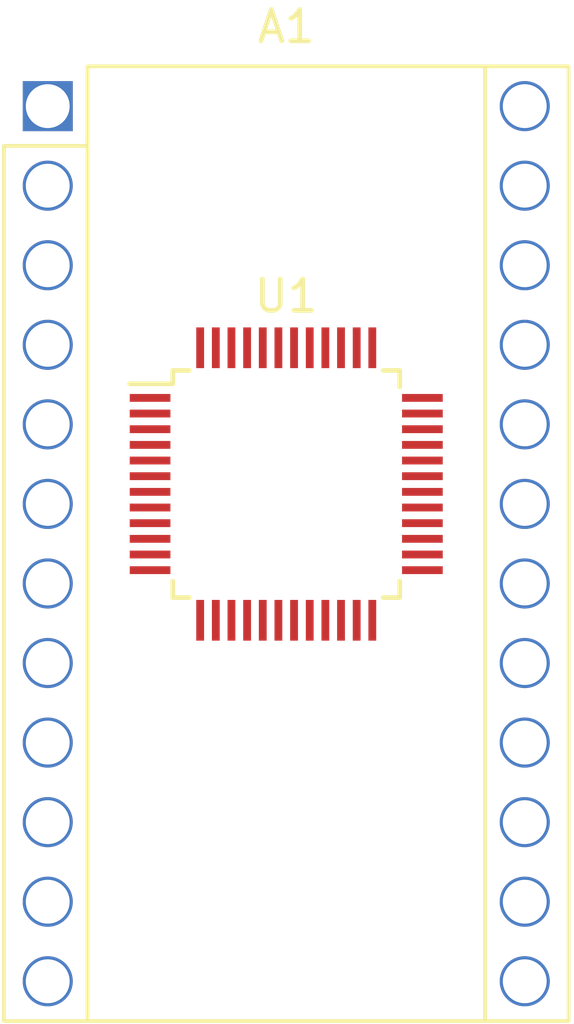
<source format=kicad_pcb>
(kicad_pcb (version 20171130) (host pcbnew 5.1.5)

  (general
    (thickness 1.6)
    (drawings 0)
    (tracks 0)
    (zones 0)
    (modules 2)
    (nets 3)
  )

  (page A4)
  (title_block
    (title ProMicro_SAMD)
    (rev wip)
  )

  (layers
    (0 F.Cu signal)
    (31 B.Cu signal)
    (32 B.Adhes user)
    (33 F.Adhes user)
    (34 B.Paste user)
    (35 F.Paste user)
    (36 B.SilkS user)
    (37 F.SilkS user)
    (38 B.Mask user)
    (39 F.Mask user)
    (40 Dwgs.User user)
    (41 Cmts.User user)
    (42 Eco1.User user)
    (43 Eco2.User user)
    (44 Edge.Cuts user)
    (45 Margin user)
    (46 B.CrtYd user)
    (47 F.CrtYd user)
    (48 B.Fab user)
    (49 F.Fab user)
  )

  (setup
    (last_trace_width 0.25)
    (trace_clearance 0.2)
    (zone_clearance 0.508)
    (zone_45_only no)
    (trace_min 0.2)
    (via_size 0.8)
    (via_drill 0.4)
    (via_min_size 0.4)
    (via_min_drill 0.3)
    (uvia_size 0.3)
    (uvia_drill 0.1)
    (uvias_allowed no)
    (uvia_min_size 0.2)
    (uvia_min_drill 0.1)
    (edge_width 0.05)
    (segment_width 0.2)
    (pcb_text_width 0.3)
    (pcb_text_size 1.5 1.5)
    (mod_edge_width 0.12)
    (mod_text_size 1 1)
    (mod_text_width 0.15)
    (pad_size 1.524 1.524)
    (pad_drill 0.762)
    (pad_to_mask_clearance 0.051)
    (solder_mask_min_width 0.25)
    (aux_axis_origin 114.3 82.55)
    (grid_origin 114.3 82.55)
    (visible_elements FFFFFF7F)
    (pcbplotparams
      (layerselection 0x010fc_ffffffff)
      (usegerberextensions false)
      (usegerberattributes false)
      (usegerberadvancedattributes false)
      (creategerberjobfile false)
      (excludeedgelayer true)
      (linewidth 0.100000)
      (plotframeref false)
      (viasonmask false)
      (mode 1)
      (useauxorigin false)
      (hpglpennumber 1)
      (hpglpenspeed 20)
      (hpglpendiameter 15.000000)
      (psnegative false)
      (psa4output false)
      (plotreference true)
      (plotvalue true)
      (plotinvisibletext false)
      (padsonsilk false)
      (subtractmaskfromsilk false)
      (outputformat 1)
      (mirror false)
      (drillshape 1)
      (scaleselection 1)
      (outputdirectory ""))
  )

  (net 0 "")
  (net 1 "Net-(U1-Pad18)")
  (net 2 "Net-(U1-Pad17)")

  (net_class Default "This is the default net class."
    (clearance 0.2)
    (trace_width 0.25)
    (via_dia 0.8)
    (via_drill 0.4)
    (uvia_dia 0.3)
    (uvia_drill 0.1)
    (add_net "Net-(U1-Pad17)")
    (add_net "Net-(U1-Pad18)")
  )

  (module Package_QFP:TQFP-48_7x7mm_P0.5mm (layer F.Cu) (tedit 5A02F146) (tstamp 5F4AF913)
    (at 121.92 94.615)
    (descr "48 LEAD TQFP 7x7mm (see MICREL TQFP7x7-48LD-PL-1.pdf)")
    (tags "QFP 0.5")
    (path /5F4AB7B4)
    (attr smd)
    (fp_text reference U1 (at 0 -6) (layer F.SilkS)
      (effects (font (size 1 1) (thickness 0.15)))
    )
    (fp_text value ATSAMD21G18A-AUT (at 0 6) (layer F.Fab)
      (effects (font (size 1 1) (thickness 0.15)))
    )
    (fp_line (start -3.625 -3.2) (end -5 -3.2) (layer F.SilkS) (width 0.15))
    (fp_line (start 3.625 -3.625) (end 3.1 -3.625) (layer F.SilkS) (width 0.15))
    (fp_line (start 3.625 3.625) (end 3.1 3.625) (layer F.SilkS) (width 0.15))
    (fp_line (start -3.625 3.625) (end -3.1 3.625) (layer F.SilkS) (width 0.15))
    (fp_line (start -3.625 -3.625) (end -3.1 -3.625) (layer F.SilkS) (width 0.15))
    (fp_line (start -3.625 3.625) (end -3.625 3.1) (layer F.SilkS) (width 0.15))
    (fp_line (start 3.625 3.625) (end 3.625 3.1) (layer F.SilkS) (width 0.15))
    (fp_line (start 3.625 -3.625) (end 3.625 -3.1) (layer F.SilkS) (width 0.15))
    (fp_line (start -3.625 -3.625) (end -3.625 -3.2) (layer F.SilkS) (width 0.15))
    (fp_line (start -5.25 5.25) (end 5.25 5.25) (layer F.CrtYd) (width 0.05))
    (fp_line (start -5.25 -5.25) (end 5.25 -5.25) (layer F.CrtYd) (width 0.05))
    (fp_line (start 5.25 -5.25) (end 5.25 5.25) (layer F.CrtYd) (width 0.05))
    (fp_line (start -5.25 -5.25) (end -5.25 5.25) (layer F.CrtYd) (width 0.05))
    (fp_line (start -3.5 -2.5) (end -2.5 -3.5) (layer F.Fab) (width 0.15))
    (fp_line (start -3.5 3.5) (end -3.5 -2.5) (layer F.Fab) (width 0.15))
    (fp_line (start 3.5 3.5) (end -3.5 3.5) (layer F.Fab) (width 0.15))
    (fp_line (start 3.5 -3.5) (end 3.5 3.5) (layer F.Fab) (width 0.15))
    (fp_line (start -2.5 -3.5) (end 3.5 -3.5) (layer F.Fab) (width 0.15))
    (fp_text user %R (at 0 0) (layer F.Fab)
      (effects (font (size 1 1) (thickness 0.15)))
    )
    (pad 48 smd rect (at -2.75 -4.35 90) (size 1.3 0.25) (layers F.Cu F.Paste F.Mask))
    (pad 47 smd rect (at -2.25 -4.35 90) (size 1.3 0.25) (layers F.Cu F.Paste F.Mask))
    (pad 46 smd rect (at -1.75 -4.35 90) (size 1.3 0.25) (layers F.Cu F.Paste F.Mask))
    (pad 45 smd rect (at -1.25 -4.35 90) (size 1.3 0.25) (layers F.Cu F.Paste F.Mask))
    (pad 44 smd rect (at -0.75 -4.35 90) (size 1.3 0.25) (layers F.Cu F.Paste F.Mask))
    (pad 43 smd rect (at -0.25 -4.35 90) (size 1.3 0.25) (layers F.Cu F.Paste F.Mask))
    (pad 42 smd rect (at 0.25 -4.35 90) (size 1.3 0.25) (layers F.Cu F.Paste F.Mask)
      (net 1 "Net-(U1-Pad18)"))
    (pad 41 smd rect (at 0.75 -4.35 90) (size 1.3 0.25) (layers F.Cu F.Paste F.Mask))
    (pad 40 smd rect (at 1.25 -4.35 90) (size 1.3 0.25) (layers F.Cu F.Paste F.Mask))
    (pad 39 smd rect (at 1.75 -4.35 90) (size 1.3 0.25) (layers F.Cu F.Paste F.Mask))
    (pad 38 smd rect (at 2.25 -4.35 90) (size 1.3 0.25) (layers F.Cu F.Paste F.Mask))
    (pad 37 smd rect (at 2.75 -4.35 90) (size 1.3 0.25) (layers F.Cu F.Paste F.Mask))
    (pad 36 smd rect (at 4.35 -2.75) (size 1.3 0.25) (layers F.Cu F.Paste F.Mask)
      (net 2 "Net-(U1-Pad17)"))
    (pad 35 smd rect (at 4.35 -2.25) (size 1.3 0.25) (layers F.Cu F.Paste F.Mask)
      (net 1 "Net-(U1-Pad18)"))
    (pad 34 smd rect (at 4.35 -1.75) (size 1.3 0.25) (layers F.Cu F.Paste F.Mask))
    (pad 33 smd rect (at 4.35 -1.25) (size 1.3 0.25) (layers F.Cu F.Paste F.Mask))
    (pad 32 smd rect (at 4.35 -0.75) (size 1.3 0.25) (layers F.Cu F.Paste F.Mask))
    (pad 31 smd rect (at 4.35 -0.25) (size 1.3 0.25) (layers F.Cu F.Paste F.Mask))
    (pad 30 smd rect (at 4.35 0.25) (size 1.3 0.25) (layers F.Cu F.Paste F.Mask))
    (pad 29 smd rect (at 4.35 0.75) (size 1.3 0.25) (layers F.Cu F.Paste F.Mask))
    (pad 28 smd rect (at 4.35 1.25) (size 1.3 0.25) (layers F.Cu F.Paste F.Mask))
    (pad 27 smd rect (at 4.35 1.75) (size 1.3 0.25) (layers F.Cu F.Paste F.Mask))
    (pad 26 smd rect (at 4.35 2.25) (size 1.3 0.25) (layers F.Cu F.Paste F.Mask))
    (pad 25 smd rect (at 4.35 2.75) (size 1.3 0.25) (layers F.Cu F.Paste F.Mask))
    (pad 24 smd rect (at 2.75 4.35 90) (size 1.3 0.25) (layers F.Cu F.Paste F.Mask))
    (pad 23 smd rect (at 2.25 4.35 90) (size 1.3 0.25) (layers F.Cu F.Paste F.Mask))
    (pad 22 smd rect (at 1.75 4.35 90) (size 1.3 0.25) (layers F.Cu F.Paste F.Mask))
    (pad 21 smd rect (at 1.25 4.35 90) (size 1.3 0.25) (layers F.Cu F.Paste F.Mask))
    (pad 20 smd rect (at 0.75 4.35 90) (size 1.3 0.25) (layers F.Cu F.Paste F.Mask))
    (pad 19 smd rect (at 0.25 4.35 90) (size 1.3 0.25) (layers F.Cu F.Paste F.Mask))
    (pad 18 smd rect (at -0.25 4.35 90) (size 1.3 0.25) (layers F.Cu F.Paste F.Mask)
      (net 1 "Net-(U1-Pad18)"))
    (pad 17 smd rect (at -0.75 4.35 90) (size 1.3 0.25) (layers F.Cu F.Paste F.Mask)
      (net 2 "Net-(U1-Pad17)"))
    (pad 16 smd rect (at -1.25 4.35 90) (size 1.3 0.25) (layers F.Cu F.Paste F.Mask))
    (pad 15 smd rect (at -1.75 4.35 90) (size 1.3 0.25) (layers F.Cu F.Paste F.Mask))
    (pad 14 smd rect (at -2.25 4.35 90) (size 1.3 0.25) (layers F.Cu F.Paste F.Mask))
    (pad 13 smd rect (at -2.75 4.35 90) (size 1.3 0.25) (layers F.Cu F.Paste F.Mask))
    (pad 12 smd rect (at -4.35 2.75) (size 1.3 0.25) (layers F.Cu F.Paste F.Mask))
    (pad 11 smd rect (at -4.35 2.25) (size 1.3 0.25) (layers F.Cu F.Paste F.Mask))
    (pad 10 smd rect (at -4.35 1.75) (size 1.3 0.25) (layers F.Cu F.Paste F.Mask))
    (pad 9 smd rect (at -4.35 1.25) (size 1.3 0.25) (layers F.Cu F.Paste F.Mask))
    (pad 8 smd rect (at -4.35 0.75) (size 1.3 0.25) (layers F.Cu F.Paste F.Mask))
    (pad 7 smd rect (at -4.35 0.25) (size 1.3 0.25) (layers F.Cu F.Paste F.Mask))
    (pad 6 smd rect (at -4.35 -0.25) (size 1.3 0.25) (layers F.Cu F.Paste F.Mask))
    (pad 5 smd rect (at -4.35 -0.75) (size 1.3 0.25) (layers F.Cu F.Paste F.Mask))
    (pad 4 smd rect (at -4.35 -1.25) (size 1.3 0.25) (layers F.Cu F.Paste F.Mask))
    (pad 3 smd rect (at -4.35 -1.75) (size 1.3 0.25) (layers F.Cu F.Paste F.Mask))
    (pad 2 smd rect (at -4.35 -2.25) (size 1.3 0.25) (layers F.Cu F.Paste F.Mask))
    (pad 1 smd rect (at -4.35 -2.75) (size 1.3 0.25) (layers F.Cu F.Paste F.Mask))
    (model ${KISYS3DMOD}/Package_QFP.3dshapes/TQFP-48_7x7mm_P0.5mm.wrl
      (at (xyz 0 0 0))
      (scale (xyz 1 1 1))
      (rotate (xyz 0 0 0))
    )
  )

  (module Module:Sparkfun_Pro_Micro (layer F.Cu) (tedit 5D5AC4F8) (tstamp 5F4AF8CC)
    (at 114.3 82.55)
    (descr "Sparkfun Pro Micro, https://www.sparkfun.com/products/12587")
    (tags "Sparkfun Pro Micro")
    (path /5F4B1628)
    (fp_text reference A1 (at 7.62 -2.54) (layer F.SilkS)
      (effects (font (size 1 1) (thickness 0.15)))
    )
    (fp_text value Sparkfun_Pro_Micro_3V3 (at 8.89 13.97 90) (layer F.Fab)
      (effects (font (size 1 1) (thickness 0.15)))
    )
    (fp_text user %R (at 6.096 13.97 90) (layer F.Fab)
      (effects (font (size 1 1) (thickness 0.15)))
    )
    (fp_line (start -1.4 1.27) (end -1.4 29.21) (layer F.SilkS) (width 0.12))
    (fp_line (start 13.97 -1.27) (end 13.97 29.21) (layer F.SilkS) (width 0.12))
    (fp_line (start 1.27 1.27) (end -1.4 1.27) (layer F.SilkS) (width 0.12))
    (fp_line (start 1.27 -1.27) (end 1.27 29.21) (layer F.SilkS) (width 0.12))
    (fp_line (start -1.4 29.21) (end 16.64 29.21) (layer F.SilkS) (width 0.12))
    (fp_line (start 16.64 29.21) (end 16.64 -1.27) (layer F.SilkS) (width 0.12))
    (fp_line (start 16.64 -1.27) (end 1.27 -1.27) (layer F.SilkS) (width 0.12))
    (fp_line (start 16.5 29.05) (end -1.27 29.05) (layer F.Fab) (width 0.1))
    (fp_line (start -1.27 29.05) (end -1.27 -0.6) (layer F.Fab) (width 0.1))
    (fp_line (start -0.8 -1.1) (end -1.27 -0.6) (layer F.Fab) (width 0.1))
    (fp_line (start -0.8 -1.1) (end 16.5 -1.1) (layer F.Fab) (width 0.1))
    (fp_line (start 16.5 -1.1) (end 16.5 29.05) (layer F.Fab) (width 0.1))
    (fp_line (start -1.5 -1.5) (end 16.8 -1.5) (layer F.CrtYd) (width 0.05))
    (fp_line (start -1.5 -1.5) (end -1.5 29.3) (layer F.CrtYd) (width 0.05))
    (fp_line (start 16.8 29.3) (end 16.8 -1.5) (layer F.CrtYd) (width 0.05))
    (fp_line (start 16.8 29.3) (end -1.5 29.3) (layer F.CrtYd) (width 0.05))
    (pad 24 thru_hole circle (at 15.24 0) (size 1.6 1.6) (drill 1.4) (layers *.Cu *.Mask))
    (pad 23 thru_hole circle (at 15.24 2.54) (size 1.6 1.6) (drill 1.4) (layers *.Cu *.Mask))
    (pad 22 thru_hole circle (at 15.24 5.08) (size 1.6 1.6) (drill 1.4) (layers *.Cu *.Mask))
    (pad 12 thru_hole circle (at 0 27.94) (size 1.6 1.6) (drill 1.4) (layers *.Cu *.Mask))
    (pad 21 thru_hole circle (at 15.24 7.62) (size 1.6 1.6) (drill 1.4) (layers *.Cu *.Mask))
    (pad 11 thru_hole circle (at 0 25.4) (size 1.6 1.6) (drill 1.4) (layers *.Cu *.Mask))
    (pad 20 thru_hole circle (at 15.24 10.16) (size 1.6 1.6) (drill 1.4) (layers *.Cu *.Mask))
    (pad 10 thru_hole circle (at 0 22.86) (size 1.6 1.6) (drill 1.4) (layers *.Cu *.Mask))
    (pad 19 thru_hole circle (at 15.24 12.7) (size 1.6 1.6) (drill 1.4) (layers *.Cu *.Mask))
    (pad 9 thru_hole circle (at 0 20.32) (size 1.6 1.6) (drill 1.4) (layers *.Cu *.Mask))
    (pad 18 thru_hole circle (at 15.24 15.24) (size 1.6 1.6) (drill 1.4) (layers *.Cu *.Mask))
    (pad 8 thru_hole circle (at 0 17.78) (size 1.6 1.6) (drill 1.4) (layers *.Cu *.Mask))
    (pad 17 thru_hole circle (at 15.24 17.78) (size 1.6 1.6) (drill 1.4) (layers *.Cu *.Mask))
    (pad 7 thru_hole circle (at 0 15.24) (size 1.6 1.6) (drill 1.4) (layers *.Cu *.Mask))
    (pad 16 thru_hole circle (at 15.24 20.32) (size 1.6 1.6) (drill 1.4) (layers *.Cu *.Mask))
    (pad 6 thru_hole circle (at 0 12.7) (size 1.6 1.6) (drill 1.4) (layers *.Cu *.Mask))
    (pad 15 thru_hole circle (at 15.24 22.86) (size 1.6 1.6) (drill 1.4) (layers *.Cu *.Mask))
    (pad 5 thru_hole circle (at 0 10.16) (size 1.6 1.6) (drill 1.4) (layers *.Cu *.Mask))
    (pad 14 thru_hole circle (at 15.24 25.4) (size 1.6 1.6) (drill 1.4) (layers *.Cu *.Mask))
    (pad 4 thru_hole circle (at 0 7.62) (size 1.6 1.6) (drill 1.4) (layers *.Cu *.Mask))
    (pad 13 thru_hole circle (at 15.24 27.94) (size 1.6 1.6) (drill 1.4) (layers *.Cu *.Mask))
    (pad 3 thru_hole circle (at 0 5.08) (size 1.6 1.6) (drill 1.4) (layers *.Cu *.Mask))
    (pad 2 thru_hole circle (at 0 2.54) (size 1.6 1.6) (drill 1.4) (layers *.Cu *.Mask))
    (pad 1 thru_hole rect (at 0 0) (size 1.6 1.6) (drill 1.4) (layers *.Cu *.Mask))
    (model ${KISYS3DMOD}/Module.3dshapes/Sparkfun_Pro_Micro.wrl
      (at (xyz 0 0 0))
      (scale (xyz 1 1 1))
      (rotate (xyz 0 0 0))
    )
  )

)

</source>
